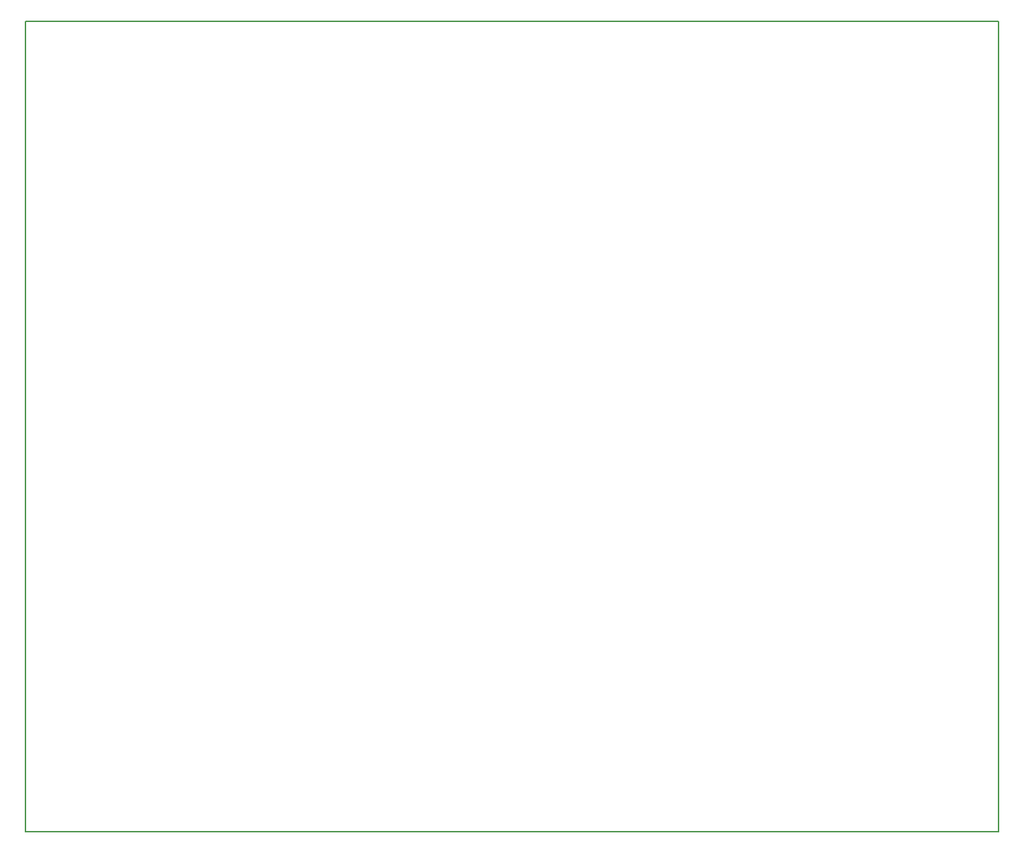
<source format=gm1>
G04 MADE WITH FRITZING*
G04 WWW.FRITZING.ORG*
G04 DOUBLE SIDED*
G04 HOLES PLATED*
G04 CONTOUR ON CENTER OF CONTOUR VECTOR*
%ASAXBY*%
%FSLAX23Y23*%
%MOIN*%
%OFA0B0*%
%SFA1.0B1.0*%
%ADD10R,4.724420X3.937010*%
%ADD11C,0.008000*%
%ADD10C,0.008*%
%LNCONTOUR*%
G90*
G70*
G54D10*
G54D11*
X4Y3933D02*
X4720Y3933D01*
X4720Y4D01*
X4Y4D01*
X4Y3933D01*
D02*
G04 End of contour*
M02*
</source>
